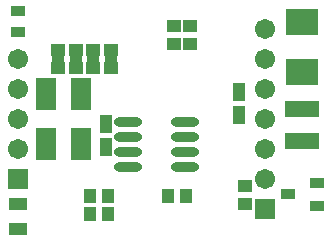
<source format=gbs>
G04 Layer_Color=16711935*
%FSLAX25Y25*%
%MOIN*%
G70*
G01*
G75*
%ADD41R,0.04540X0.03753*%
%ADD48R,0.04300X0.04800*%
%ADD49R,0.04343X0.05918*%
%ADD51O,0.09461X0.03162*%
%ADD52C,0.06706*%
%ADD53R,0.06706X0.06706*%
%ADD54R,0.11430X0.05524*%
%ADD55R,0.04800X0.04300*%
%ADD56R,0.06706X0.11036*%
%ADD57R,0.10642X0.08674*%
%ADD58R,0.04737X0.03556*%
%ADD59R,0.05918X0.04147*%
G36*
X-49500Y49000D02*
X-53500D01*
Y51000D01*
X-49500D01*
Y49000D01*
D02*
G37*
G36*
X-55405D02*
X-59405D01*
Y51000D01*
X-55405D01*
Y49000D01*
D02*
G37*
G36*
X-61311D02*
X-65311D01*
Y51000D01*
X-61311D01*
Y49000D01*
D02*
G37*
G36*
X-67216D02*
X-71216D01*
Y51000D01*
X-67216D01*
Y49000D01*
D02*
G37*
D41*
X-82500Y66043D02*
D03*
Y58957D02*
D03*
D48*
X-58429Y-1654D02*
D03*
X-52429D02*
D03*
Y4252D02*
D03*
X-58429D02*
D03*
X-26500Y4500D02*
D03*
X-32500D02*
D03*
D49*
X-53256Y20563D02*
D03*
Y28437D02*
D03*
X-8677Y31319D02*
D03*
Y39193D02*
D03*
D51*
X-26945Y29000D02*
D03*
Y24000D02*
D03*
Y19000D02*
D03*
Y14000D02*
D03*
X-45842Y29000D02*
D03*
Y24000D02*
D03*
Y19000D02*
D03*
Y14000D02*
D03*
D52*
X-82500Y50000D02*
D03*
Y40000D02*
D03*
Y30000D02*
D03*
Y20000D02*
D03*
X0Y60000D02*
D03*
Y50000D02*
D03*
Y40000D02*
D03*
Y30000D02*
D03*
Y10000D02*
D03*
Y20000D02*
D03*
D53*
X-82500Y10000D02*
D03*
X0Y0D02*
D03*
D54*
X12303Y33315D02*
D03*
Y22685D02*
D03*
D55*
X-69217Y47000D02*
D03*
Y53000D02*
D03*
X-51500D02*
D03*
Y47000D02*
D03*
X-63311D02*
D03*
Y53000D02*
D03*
X-57406D02*
D03*
Y47000D02*
D03*
X-6709Y7744D02*
D03*
Y1744D02*
D03*
X-30500Y55000D02*
D03*
Y61000D02*
D03*
X-25000D02*
D03*
Y55000D02*
D03*
D56*
X-73146Y38209D02*
D03*
X-61335D02*
D03*
Y21772D02*
D03*
X-73146D02*
D03*
D57*
X12303Y62402D02*
D03*
Y45866D02*
D03*
D58*
X7579Y4921D02*
D03*
X17028Y1181D02*
D03*
Y8661D02*
D03*
D59*
X-82500Y1634D02*
D03*
Y-6634D02*
D03*
M02*

</source>
